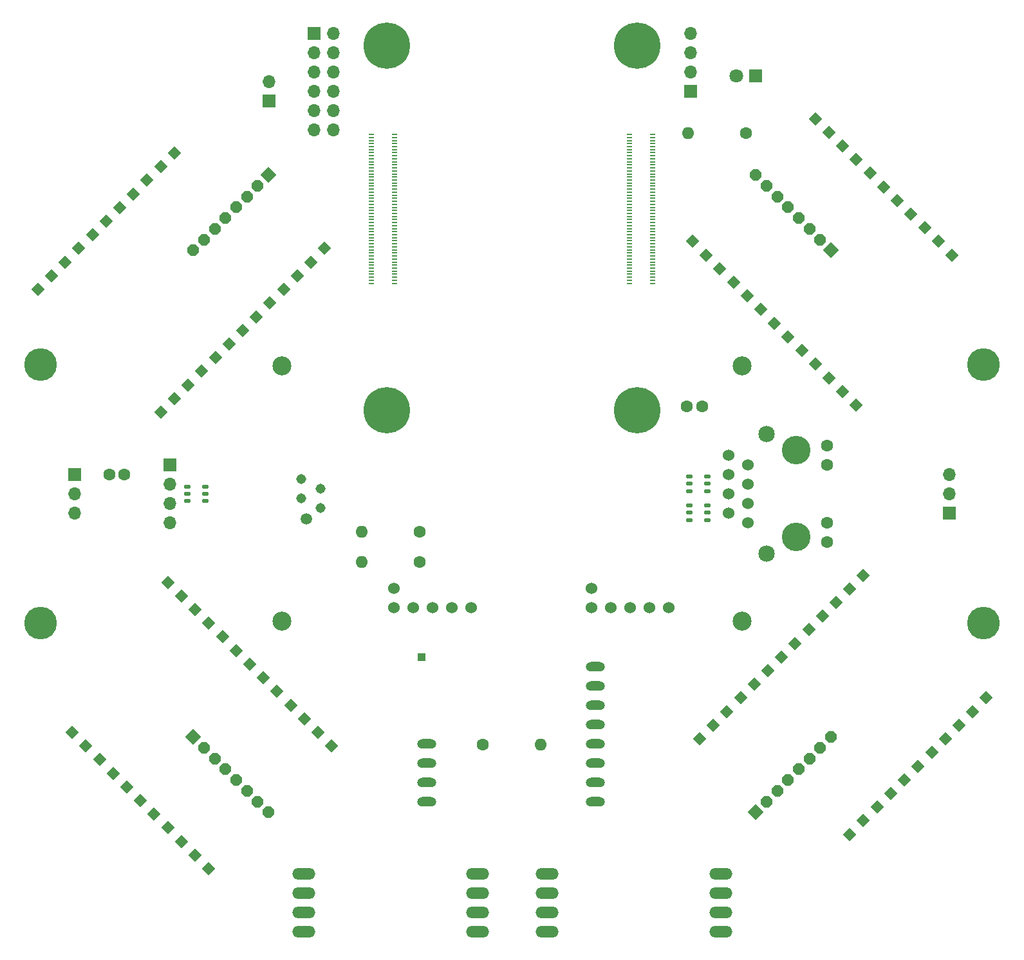
<source format=gts>
%TF.GenerationSoftware,KiCad,Pcbnew,7.0.9*%
%TF.CreationDate,2023-12-29T02:13:22+01:00*%
%TF.ProjectId,bohlebots-rpi-cm4-carrier,626f686c-6562-46f7-9473-2d7270692d63,v01*%
%TF.SameCoordinates,Original*%
%TF.FileFunction,Soldermask,Top*%
%TF.FilePolarity,Negative*%
%FSLAX46Y46*%
G04 Gerber Fmt 4.6, Leading zero omitted, Abs format (unit mm)*
G04 Created by KiCad (PCBNEW 7.0.9) date 2023-12-29 02:13:22*
%MOMM*%
%LPD*%
G01*
G04 APERTURE LIST*
G04 Aperture macros list*
%AMRoundRect*
0 Rectangle with rounded corners*
0 $1 Rounding radius*
0 $2 $3 $4 $5 $6 $7 $8 $9 X,Y pos of 4 corners*
0 Add a 4 corners polygon primitive as box body*
4,1,4,$2,$3,$4,$5,$6,$7,$8,$9,$2,$3,0*
0 Add four circle primitives for the rounded corners*
1,1,$1+$1,$2,$3*
1,1,$1+$1,$4,$5*
1,1,$1+$1,$6,$7*
1,1,$1+$1,$8,$9*
0 Add four rect primitives between the rounded corners*
20,1,$1+$1,$2,$3,$4,$5,0*
20,1,$1+$1,$4,$5,$6,$7,0*
20,1,$1+$1,$6,$7,$8,$9,0*
20,1,$1+$1,$8,$9,$2,$3,0*%
%AMRotRect*
0 Rectangle, with rotation*
0 The origin of the aperture is its center*
0 $1 length*
0 $2 width*
0 $3 Rotation angle, in degrees counterclockwise*
0 Add horizontal line*
21,1,$1,$2,0,0,$3*%
%AMFreePoly0*
4,1,25,0.333266,0.742596,0.345389,0.732242,0.732242,0.345389,0.760749,0.289441,0.761999,0.273547,0.761999,-0.273547,0.742596,-0.333266,0.732242,-0.345389,0.345389,-0.732242,0.289441,-0.760749,0.273547,-0.761999,-0.273547,-0.761999,-0.333266,-0.742596,-0.345389,-0.732242,-0.732242,-0.345389,-0.760749,-0.289441,-0.761999,-0.273547,-0.761999,0.273547,-0.742596,0.333266,-0.732242,0.345389,
-0.345389,0.732242,-0.289441,0.760749,-0.273547,0.761999,0.273547,0.761999,0.333266,0.742596,0.333266,0.742596,$1*%
G04 Aperture macros list end*
%ADD10C,1.530000*%
%ADD11RoundRect,0.101600X0.000000X0.933947X-0.933947X0.000000X0.000000X-0.933947X0.933947X0.000000X0*%
%ADD12FreePoly0,225.000000*%
%ADD13R,1.700000X1.700000*%
%ADD14O,1.700000X1.700000*%
%ADD15RoundRect,0.101600X-0.933947X0.000000X0.000000X-0.933947X0.933947X0.000000X0.000000X0.933947X0*%
%ADD16FreePoly0,315.000000*%
%ADD17RotRect,1.308000X1.308000X315.000000*%
%ADD18C,6.100000*%
%ADD19R,0.700000X0.200000*%
%ADD20C,1.600000*%
%ADD21O,1.600000X1.600000*%
%ADD22RoundRect,0.137500X-0.262500X0.137500X-0.262500X-0.137500X0.262500X-0.137500X0.262500X0.137500X0*%
%ADD23RoundRect,0.101600X0.000000X-0.933947X0.933947X0.000000X0.000000X0.933947X-0.933947X0.000000X0*%
%ADD24FreePoly0,45.000000*%
%ADD25C,4.300000*%
%ADD26RotRect,1.308000X1.308000X45.000000*%
%ADD27O,2.540000X1.270000*%
%ADD28R,1.108000X1.108000*%
%ADD29RotRect,1.308000X1.308000X225.000000*%
%ADD30RotRect,1.308000X1.308000X135.000000*%
%ADD31O,3.016000X1.508000*%
%ADD32C,1.500000*%
%ADD33C,1.308000*%
%ADD34C,1.524000*%
%ADD35C,1.600200*%
%ADD36C,2.159000*%
%ADD37C,3.759200*%
%ADD38RoundRect,0.137500X0.262500X-0.137500X0.262500X0.137500X-0.262500X0.137500X-0.262500X-0.137500X0*%
%ADD39RoundRect,0.101600X0.933947X0.000000X0.000000X0.933947X-0.933947X0.000000X0.000000X-0.933947X0*%
%ADD40FreePoly0,135.000000*%
%ADD41C,2.500000*%
%ADD42R,1.800000X1.800000*%
%ADD43C,1.800000*%
G04 APERTURE END LIST*
D10*
%TO.C,D36V28FX2*%
X89970000Y-117930000D03*
X89970000Y-120470000D03*
X92510000Y-120470000D03*
X95050000Y-120470000D03*
X97590000Y-120470000D03*
X100130000Y-120470000D03*
%TD*%
D11*
%TO.C,JP3*%
X147449747Y-73449747D03*
D12*
X146035534Y-72035534D03*
X144621320Y-70621320D03*
X143207107Y-69207107D03*
X141792893Y-67792893D03*
X140378680Y-66378680D03*
X138964466Y-64964466D03*
X137550253Y-63550253D03*
%TD*%
D13*
%TO.C,J4*%
X129000000Y-52500000D03*
D14*
X129000000Y-49960000D03*
X129000000Y-47420000D03*
X129000000Y-44880000D03*
%TD*%
D15*
%TO.C,JP4*%
X73449747Y-63550253D03*
D16*
X72035534Y-64964466D03*
X70621320Y-66378680D03*
X69207107Y-67792893D03*
X67792893Y-69207107D03*
X66378680Y-70621320D03*
X64964466Y-72035534D03*
X63550253Y-73449747D03*
%TD*%
D17*
%TO.C,ESCON1*%
X81765680Y-138720315D03*
X79969629Y-136924264D03*
X78173578Y-135128213D03*
X76377527Y-133332162D03*
X74581475Y-131536110D03*
X72785424Y-129740059D03*
X70989373Y-127944008D03*
X69193322Y-126147957D03*
X67397271Y-124351905D03*
X65601219Y-122555854D03*
X63805168Y-120759803D03*
X62009117Y-118963752D03*
X60213066Y-117167701D03*
X47640707Y-136924264D03*
X49436758Y-138720315D03*
X51232810Y-140516367D03*
X53028861Y-142312418D03*
X54824912Y-144108469D03*
X56620963Y-145904520D03*
X58417014Y-147700571D03*
X60213066Y-149496623D03*
X62009117Y-151292674D03*
X63805168Y-153088725D03*
X65601219Y-154884776D03*
%TD*%
D18*
%TO.C,U1*%
X122000000Y-94500000D03*
X122000000Y-46500000D03*
X89000000Y-94500000D03*
X89000000Y-46500000D03*
D19*
X124000000Y-77800000D03*
X120920000Y-77800000D03*
X124000000Y-77400000D03*
X120920000Y-77400000D03*
X124000000Y-77000000D03*
X120920000Y-77000000D03*
X124000000Y-76600000D03*
X120920000Y-76600000D03*
X124000000Y-76200000D03*
X120920000Y-76200000D03*
X124000000Y-75800000D03*
X120920000Y-75800000D03*
X124000000Y-75400000D03*
X120920000Y-75400000D03*
X124000000Y-75000000D03*
X120920000Y-75000000D03*
X124000000Y-74600000D03*
X120920000Y-74600000D03*
X124000000Y-74200000D03*
X120920000Y-74200000D03*
X124000000Y-73800000D03*
X120920000Y-73800000D03*
X124000000Y-73400000D03*
X120920000Y-73400000D03*
X124000000Y-73000000D03*
X120920000Y-73000000D03*
X124000000Y-72600000D03*
X120920000Y-72600000D03*
X124000000Y-72200000D03*
X120920000Y-72200000D03*
X124000000Y-71800000D03*
X120920000Y-71800000D03*
X124000000Y-71400000D03*
X120920000Y-71400000D03*
X124000000Y-71000000D03*
X120920000Y-71000000D03*
X124000000Y-70600000D03*
X120920000Y-70600000D03*
X124000000Y-70200000D03*
X120920000Y-70200000D03*
X124000000Y-69800000D03*
X120920000Y-69800000D03*
X124000000Y-69400000D03*
X120920000Y-69400000D03*
X124000000Y-69000000D03*
X120920000Y-69000000D03*
X124000000Y-68600000D03*
X120920000Y-68600000D03*
X124000000Y-68200000D03*
X120920000Y-68200000D03*
X124000000Y-67800000D03*
X120920000Y-67800000D03*
X124000000Y-67400000D03*
X120920000Y-67400000D03*
X124000000Y-67000000D03*
X120920000Y-67000000D03*
X124000000Y-66600000D03*
X120920000Y-66600000D03*
X124000000Y-66200000D03*
X120920000Y-66200000D03*
X124000000Y-65800000D03*
X120920000Y-65800000D03*
X124000000Y-65400000D03*
X120920000Y-65400000D03*
X124000000Y-65000000D03*
X120920000Y-65000000D03*
X124000000Y-64600000D03*
X120920000Y-64600000D03*
X124000000Y-64200000D03*
X120920000Y-64200000D03*
X124000000Y-63800000D03*
X120920000Y-63800000D03*
X124000000Y-63400000D03*
X120920000Y-63400000D03*
X124000000Y-63000000D03*
X120920000Y-63000000D03*
X124000000Y-62600000D03*
X120920000Y-62600000D03*
X124000000Y-62200000D03*
X120920000Y-62200000D03*
X124000000Y-61800000D03*
X120920000Y-61800000D03*
X124000000Y-61400000D03*
X120920000Y-61400000D03*
X124000000Y-61000000D03*
X120920000Y-61000000D03*
X124000000Y-60600000D03*
X120920000Y-60600000D03*
X124000000Y-60200000D03*
X120920000Y-60200000D03*
X124000000Y-59800000D03*
X120920000Y-59800000D03*
X124000000Y-59400000D03*
X120920000Y-59400000D03*
X124000000Y-59000000D03*
X120920000Y-59000000D03*
X124000000Y-58600000D03*
X120920000Y-58600000D03*
X124000000Y-58200000D03*
X120920000Y-58200000D03*
X90080000Y-77800000D03*
X87000000Y-77800000D03*
X90080000Y-77400000D03*
X87000000Y-77400000D03*
X90080000Y-77000000D03*
X87000000Y-77000000D03*
X90080000Y-76600000D03*
X87000000Y-76600000D03*
X90080000Y-76200000D03*
X87000000Y-76200000D03*
X90080000Y-75800000D03*
X87000000Y-75800000D03*
X90080000Y-75400000D03*
X87000000Y-75400000D03*
X90080000Y-75000000D03*
X87000000Y-75000000D03*
X90080000Y-74600000D03*
X87000000Y-74600000D03*
X90080000Y-74200000D03*
X87000000Y-74200000D03*
X90080000Y-73800000D03*
X87000000Y-73800000D03*
X90080000Y-73400000D03*
X87000000Y-73400000D03*
X90080000Y-73000000D03*
X87000000Y-73000000D03*
X90080000Y-72600000D03*
X87000000Y-72600000D03*
X90080000Y-72200000D03*
X87000000Y-72200000D03*
X90080000Y-71800000D03*
X87000000Y-71800000D03*
X90080000Y-71400000D03*
X87000000Y-71400000D03*
X90080000Y-71000000D03*
X87000000Y-71000000D03*
X90080000Y-70600000D03*
X87000000Y-70600000D03*
X90080000Y-70200000D03*
X87000000Y-70200000D03*
X90080000Y-69800000D03*
X87000000Y-69800000D03*
X90080000Y-69400000D03*
X87000000Y-69400000D03*
X90080000Y-69000000D03*
X87000000Y-69000000D03*
X90080000Y-68600000D03*
X87000000Y-68600000D03*
X90080000Y-68200000D03*
X87000000Y-68200000D03*
X90080000Y-67800000D03*
X87000000Y-67800000D03*
X90080000Y-67400000D03*
X87000000Y-67400000D03*
X90080000Y-67000000D03*
X87000000Y-67000000D03*
X90080000Y-66600000D03*
X87000000Y-66600000D03*
X90080000Y-66200000D03*
X87000000Y-66200000D03*
X90080000Y-65800000D03*
X87000000Y-65800000D03*
X90080000Y-65400000D03*
X87000000Y-65400000D03*
X90080000Y-65000000D03*
X87000000Y-65000000D03*
X90080000Y-64600000D03*
X87000000Y-64600000D03*
X90080000Y-64200000D03*
X87000000Y-64200000D03*
X90080000Y-63800000D03*
X87000000Y-63800000D03*
X90080000Y-63400000D03*
X87000000Y-63400000D03*
X90080000Y-63000000D03*
X87000000Y-63000000D03*
X90080000Y-62600000D03*
X87000000Y-62600000D03*
X90080000Y-62200000D03*
X87000000Y-62200000D03*
X90080000Y-61800000D03*
X87000000Y-61800000D03*
X90080000Y-61400000D03*
X87000000Y-61400000D03*
X90080000Y-61000000D03*
X87000000Y-61000000D03*
X90080000Y-60600000D03*
X87000000Y-60600000D03*
X90080000Y-60200000D03*
X87000000Y-60200000D03*
X90080000Y-59800000D03*
X87000000Y-59800000D03*
X90080000Y-59400000D03*
X87000000Y-59400000D03*
X90080000Y-59000000D03*
X87000000Y-59000000D03*
X90080000Y-58600000D03*
X87000000Y-58600000D03*
X90080000Y-58200000D03*
X87000000Y-58200000D03*
%TD*%
D20*
%TO.C,R3*%
X93310000Y-110500000D03*
D21*
X85690000Y-110500000D03*
%TD*%
D10*
%TO.C,D36V28FX1*%
X115970000Y-117930000D03*
X115970000Y-120470000D03*
X118510000Y-120470000D03*
X121050000Y-120470000D03*
X123590000Y-120470000D03*
X126130000Y-120470000D03*
%TD*%
D13*
%TO.C,J3*%
X79460000Y-44880000D03*
D14*
X82000000Y-44880000D03*
X79460000Y-47420000D03*
X82000000Y-47420000D03*
X79460000Y-49960000D03*
X82000000Y-49960000D03*
X79460000Y-52500000D03*
X82000000Y-52500000D03*
X79460000Y-55040000D03*
X82000000Y-55040000D03*
X79460000Y-57580000D03*
X82000000Y-57580000D03*
%TD*%
D22*
%TO.C,U3*%
X131200000Y-108950000D03*
X131200000Y-108000000D03*
X131200000Y-107050000D03*
X128800000Y-107050000D03*
X128800000Y-108000000D03*
X128800000Y-108950000D03*
%TD*%
D23*
%TO.C,JP1*%
X63550253Y-137550253D03*
D24*
X64964466Y-138964466D03*
X66378680Y-140378680D03*
X67792893Y-141792893D03*
X69207107Y-143207107D03*
X70621320Y-144621320D03*
X72035534Y-146035534D03*
X73449747Y-147449747D03*
%TD*%
D25*
%TO.C,REF\u002A\u002A*%
X167500000Y-88500000D03*
%TD*%
D26*
%TO.C,ESCON2*%
X151720315Y-116234320D03*
X149924264Y-118030371D03*
X148128213Y-119826422D03*
X146332162Y-121622473D03*
X144536110Y-123418525D03*
X142740059Y-125214576D03*
X140944008Y-127010627D03*
X139147957Y-128806678D03*
X137351905Y-130602729D03*
X135555854Y-132398781D03*
X133759803Y-134194832D03*
X131963752Y-135990883D03*
X130167701Y-137786934D03*
X149924264Y-150359293D03*
X151720315Y-148563242D03*
X153516367Y-146767190D03*
X155312418Y-144971139D03*
X157108469Y-143175088D03*
X158904520Y-141379037D03*
X160700571Y-139582986D03*
X162496623Y-137786934D03*
X164292674Y-135990883D03*
X166088725Y-134194832D03*
X167884776Y-132398781D03*
%TD*%
D20*
%TO.C,R1*%
X101655000Y-138500000D03*
D21*
X109275000Y-138500000D03*
%TD*%
D27*
%TO.C,K1*%
X116500000Y-128270000D03*
X116500000Y-130810000D03*
X116500000Y-133350000D03*
X116500000Y-135890000D03*
X116500000Y-138430000D03*
X116500000Y-140970000D03*
X116500000Y-143510000D03*
X116500000Y-146050000D03*
D28*
X93640000Y-127000000D03*
D27*
X94275000Y-138430000D03*
X94275000Y-140970000D03*
X94275000Y-143510000D03*
X94275000Y-146050000D03*
%TD*%
D20*
%TO.C,R4*%
X136310000Y-58000000D03*
D21*
X128690000Y-58000000D03*
%TD*%
D25*
%TO.C,REF\u002A\u002A*%
X43500000Y-122500000D03*
%TD*%
D13*
%TO.C,J5*%
X48000000Y-102960000D03*
D14*
X48000000Y-105500000D03*
X48000000Y-108040000D03*
%TD*%
D25*
%TO.C,REF\u002A\u002A*%
X43500000Y-88500000D03*
%TD*%
D29*
%TO.C,ESCON4*%
X59279685Y-94765680D03*
X61075736Y-92969629D03*
X62871787Y-91173578D03*
X64667838Y-89377527D03*
X66463890Y-87581475D03*
X68259941Y-85785424D03*
X70055992Y-83989373D03*
X71852043Y-82193322D03*
X73648095Y-80397271D03*
X75444146Y-78601219D03*
X77240197Y-76805168D03*
X79036248Y-75009117D03*
X80832299Y-73213066D03*
X61075736Y-60640707D03*
X59279685Y-62436758D03*
X57483633Y-64232810D03*
X55687582Y-66028861D03*
X53891531Y-67824912D03*
X52095480Y-69620963D03*
X50299429Y-71417014D03*
X48503377Y-73213066D03*
X46707326Y-75009117D03*
X44911275Y-76805168D03*
X43115224Y-78601219D03*
%TD*%
D30*
%TO.C,ESCON3*%
X129234320Y-72279685D03*
X131030371Y-74075736D03*
X132826422Y-75871787D03*
X134622473Y-77667838D03*
X136418525Y-79463890D03*
X138214576Y-81259941D03*
X140010627Y-83055992D03*
X141806678Y-84852043D03*
X143602729Y-86648095D03*
X145398781Y-88444146D03*
X147194832Y-90240197D03*
X148990883Y-92036248D03*
X150786934Y-93832299D03*
X163359293Y-74075736D03*
X161563242Y-72279685D03*
X159767190Y-70483633D03*
X157971139Y-68687582D03*
X156175088Y-66891531D03*
X154379037Y-65095480D03*
X152582986Y-63299429D03*
X150786934Y-61503377D03*
X148990883Y-59707326D03*
X147194832Y-57911275D03*
X145398781Y-56115224D03*
%TD*%
D20*
%TO.C,R2*%
X93310000Y-114500000D03*
D21*
X85690000Y-114500000D03*
%TD*%
D20*
%TO.C,C1*%
X130500000Y-94000000D03*
X128500000Y-94000000D03*
%TD*%
D13*
%TO.C,U2*%
X60500000Y-101700000D03*
D14*
X60500000Y-104240000D03*
X60500000Y-106780000D03*
X60500000Y-109320000D03*
%TD*%
D31*
%TO.C,T1*%
X101000000Y-163135000D03*
X101000000Y-160595000D03*
X101000000Y-158055000D03*
X101000000Y-155515000D03*
X78140000Y-155515000D03*
X78140000Y-158055000D03*
X78140000Y-160595000D03*
X78140000Y-163135000D03*
%TD*%
D32*
%TO.C,X1*%
X78445000Y-108825800D03*
D33*
X80265000Y-107390800D03*
X77725000Y-106120800D03*
X80265000Y-104850800D03*
X77725000Y-103580800D03*
%TD*%
D13*
%TO.C,J2*%
X73500000Y-53775000D03*
D14*
X73500000Y-51235000D03*
%TD*%
D34*
%TO.C,J1*%
X136506000Y-109310000D03*
X133966000Y-108040000D03*
X136506000Y-106770000D03*
X133966000Y-105500000D03*
X136506000Y-104230000D03*
X133966000Y-102960000D03*
X136506000Y-101690000D03*
X133966000Y-100420000D03*
D35*
X146965974Y-99175000D03*
X146965974Y-101715000D03*
X146965974Y-109285000D03*
X146965974Y-111825000D03*
D36*
X138966000Y-113374999D03*
X138966000Y-97625001D03*
D37*
X142856000Y-111215000D03*
X142856000Y-99785000D03*
%TD*%
D22*
%TO.C,U5*%
X65170000Y-106450000D03*
X65170000Y-105500000D03*
X65170000Y-104550000D03*
X62770000Y-104550000D03*
X62770000Y-105500000D03*
X62770000Y-106450000D03*
%TD*%
D38*
%TO.C,U4*%
X128800000Y-103250000D03*
X128800000Y-104200000D03*
X128800000Y-105150000D03*
X131200000Y-105150000D03*
X131200000Y-104200000D03*
X131200000Y-103250000D03*
%TD*%
D39*
%TO.C,JP2*%
X137550253Y-147449747D03*
D40*
X138964466Y-146035534D03*
X140378680Y-144621320D03*
X141792893Y-143207107D03*
X143207107Y-141792893D03*
X144621320Y-140378680D03*
X146035534Y-138964466D03*
X147449747Y-137550253D03*
%TD*%
D25*
%TO.C,REFe*%
X167500000Y-122500000D03*
%TD*%
D13*
%TO.C,J6*%
X163000000Y-108025000D03*
D14*
X163000000Y-105485000D03*
X163000000Y-102945000D03*
%TD*%
D41*
%TO.C,Luxonis OAK-FFP 4P*%
X75200000Y-88700000D03*
X75200000Y-122300000D03*
X135800000Y-88700000D03*
X135800000Y-122300000D03*
%TD*%
D31*
%TO.C,T2*%
X132930000Y-163135000D03*
X132930000Y-160595000D03*
X132930000Y-158055000D03*
X132930000Y-155515000D03*
X110070000Y-155515000D03*
X110070000Y-158055000D03*
X110070000Y-160595000D03*
X110070000Y-163135000D03*
%TD*%
D42*
%TO.C,D1*%
X137500000Y-50500000D03*
D43*
X134960000Y-50500000D03*
%TD*%
D20*
%TO.C,C2*%
X52500000Y-103000000D03*
X54500000Y-103000000D03*
%TD*%
M02*

</source>
